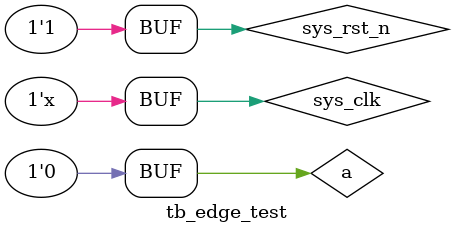
<source format=v>
`timescale 1ns/1ns

module tb_edge_test();

reg sys_clk;
reg sys_rst_n;
reg a;

wire a_posedge;
wire a_negedge;
wire a_edge;

initial begin
    sys_clk = 1'b1;
    sys_rst_n <= 1'b0;
    a <= 1'b0;
    #200
    sys_rst_n <= 1'b1;
    #20
    a <= 1'b1;
    #100
    a <= 1'b0;
end

always #10 sys_clk <= ~sys_clk;

edge_test edge_test_inst(
    .sys_clk (sys_clk ),
    .sys_rst_n (sys_rst_n ),
    .a (a ),

    .a_posedge (a_posedge ),
    .a_negedge (a_negedge ),
    .a_edge (a_edge )
);

endmodule
</source>
